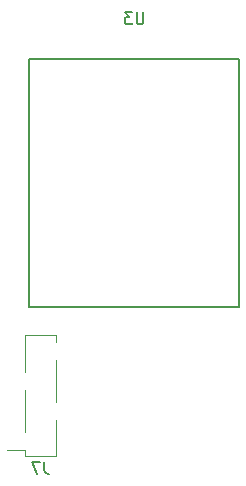
<source format=gbr>
%TF.GenerationSoftware,KiCad,Pcbnew,(6.0.4)*%
%TF.CreationDate,2022-11-04T10:04:38-04:00*%
%TF.ProjectId,controller board,636f6e74-726f-46c6-9c65-7220626f6172,rev?*%
%TF.SameCoordinates,Original*%
%TF.FileFunction,Legend,Bot*%
%TF.FilePolarity,Positive*%
%FSLAX46Y46*%
G04 Gerber Fmt 4.6, Leading zero omitted, Abs format (unit mm)*
G04 Created by KiCad (PCBNEW (6.0.4)) date 2022-11-04 10:04:38*
%MOMM*%
%LPD*%
G01*
G04 APERTURE LIST*
%ADD10C,0.150000*%
%ADD11C,0.120000*%
G04 APERTURE END LIST*
D10*
%TO.C,J7*%
X112333333Y-82592380D02*
X112333333Y-83306666D01*
X112380952Y-83449523D01*
X112476190Y-83544761D01*
X112619047Y-83592380D01*
X112714285Y-83592380D01*
X111952380Y-82592380D02*
X111285714Y-82592380D01*
X111714285Y-83592380D01*
%TO.C,U3*%
X120740904Y-44545880D02*
X120740904Y-45355404D01*
X120693285Y-45450642D01*
X120645666Y-45498261D01*
X120550428Y-45545880D01*
X120359952Y-45545880D01*
X120264714Y-45498261D01*
X120217095Y-45450642D01*
X120169476Y-45355404D01*
X120169476Y-44545880D01*
X119788523Y-44545880D02*
X119169476Y-44545880D01*
X119502809Y-44926833D01*
X119359952Y-44926833D01*
X119264714Y-44974452D01*
X119217095Y-45022071D01*
X119169476Y-45117309D01*
X119169476Y-45355404D01*
X119217095Y-45450642D01*
X119264714Y-45498261D01*
X119359952Y-45545880D01*
X119645666Y-45545880D01*
X119740904Y-45498261D01*
X119788523Y-45450642D01*
D11*
%TO.C,J7*%
X110670000Y-80050000D02*
X110670000Y-76490000D01*
X110670000Y-82140000D02*
X110670000Y-81570000D01*
X113330000Y-72430000D02*
X113330000Y-71860000D01*
X113330000Y-82140000D02*
X113330000Y-79030000D01*
X110670000Y-74970000D02*
X110670000Y-71860000D01*
X110670000Y-82140000D02*
X113330000Y-82140000D01*
X113330000Y-77510000D02*
X113330000Y-73950000D01*
X110670000Y-81570000D02*
X109150000Y-81570000D01*
X110670000Y-71860000D02*
X113330000Y-71860000D01*
D10*
%TO.C,U3*%
X128869000Y-48522500D02*
X111089000Y-48522500D01*
X111089000Y-48522500D02*
X111089000Y-69477500D01*
X111089000Y-69477500D02*
X128869000Y-69477500D01*
X128869000Y-69477500D02*
X128869000Y-48522500D01*
%TD*%
M02*

</source>
